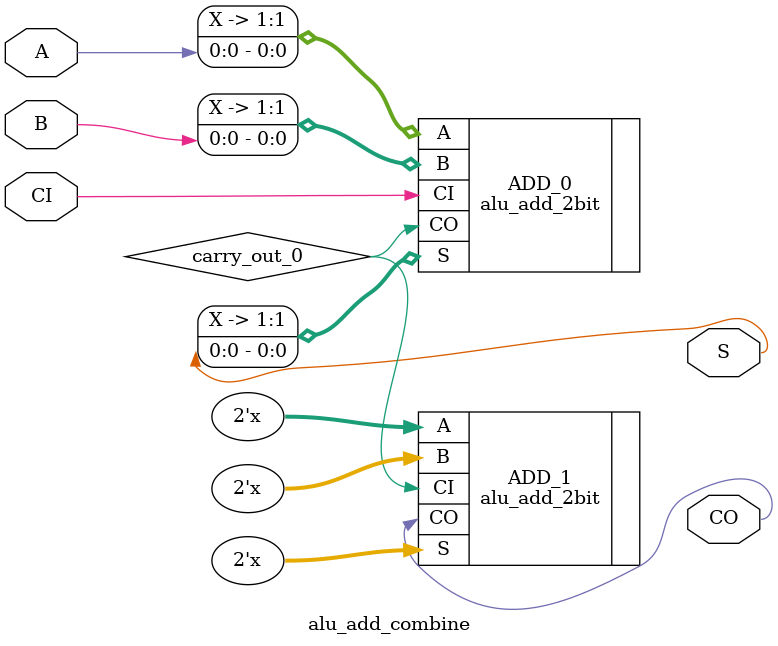
<source format=v>
`timescale 1ns / 1ps
`default_nettype none
module alu_add_combine(A, B, CI, S, CO);

	// Size (in bits) of adders to be combined
	parameter IN = 1; // default of 1 bit
	parameter OUT = 2; // default of 2 bits

	//port definitions
	input wire CI;
	input wire [IN-1:0] A, B;
	output wire [IN-1:0] S;
	output wire CO;

	// extra useful wires
	wire carry_out_0;

	alu_add_2bit ADD_0 (.A(A[1:0]), .B(B[1:0]), .CI(CI), .S(S[1:0]), .CO(carry_out_0));
	alu_add_2bit ADD_1 (.A(A[3:2]), .B(B[3:2]), .CI(carry_out_0), .S(S[3:2]), .CO(CO));

endmodule
`default_nettype wire

</source>
